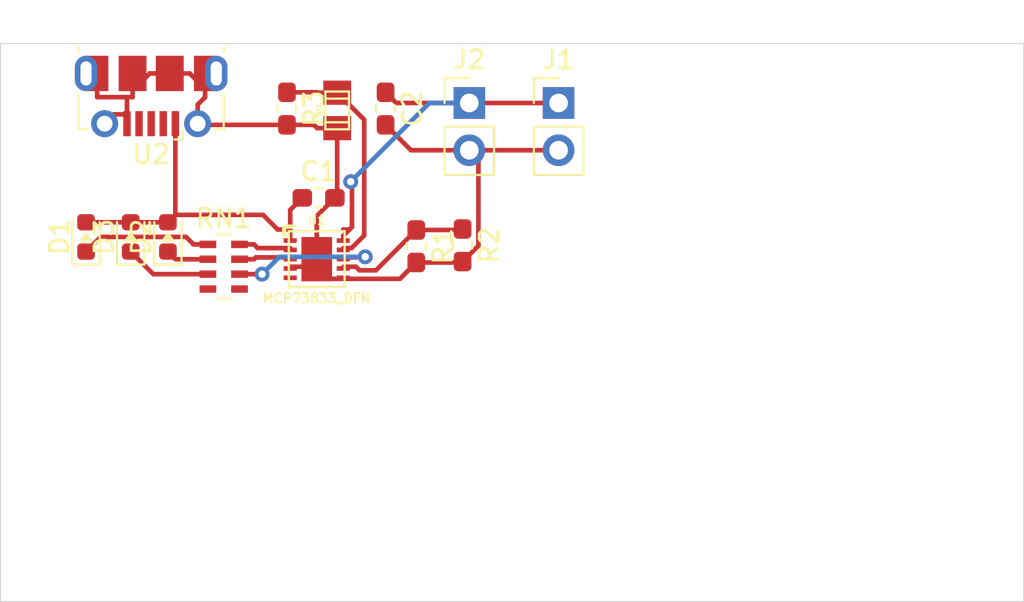
<source format=kicad_pcb>
(kicad_pcb (version 20171130) (host pcbnew 5.1.2-f72e74a~84~ubuntu18.04.1)

  (general
    (thickness 1.6)
    (drawings 4)
    (tracks 105)
    (zones 0)
    (modules 14)
    (nets 12)
  )

  (page A4)
  (layers
    (0 F.Cu signal)
    (31 B.Cu signal)
    (32 B.Adhes user)
    (33 F.Adhes user)
    (34 B.Paste user)
    (35 F.Paste user)
    (36 B.SilkS user)
    (37 F.SilkS user)
    (38 B.Mask user)
    (39 F.Mask user)
    (40 Dwgs.User user)
    (41 Cmts.User user)
    (42 Eco1.User user)
    (43 Eco2.User user)
    (44 Edge.Cuts user)
    (45 Margin user)
    (46 B.CrtYd user)
    (47 F.CrtYd user)
    (48 B.Fab user)
    (49 F.Fab user)
  )

  (setup
    (last_trace_width 0.25)
    (trace_clearance 0.2)
    (zone_clearance 0.508)
    (zone_45_only no)
    (trace_min 0.2)
    (via_size 0.8)
    (via_drill 0.4)
    (via_min_size 0.4)
    (via_min_drill 0.3)
    (uvia_size 0.3)
    (uvia_drill 0.1)
    (uvias_allowed no)
    (uvia_min_size 0.2)
    (uvia_min_drill 0.1)
    (edge_width 0.05)
    (segment_width 0.2)
    (pcb_text_width 0.3)
    (pcb_text_size 1.5 1.5)
    (mod_edge_width 0.12)
    (mod_text_size 1 1)
    (mod_text_width 0.15)
    (pad_size 1.524 1.524)
    (pad_drill 0.762)
    (pad_to_mask_clearance 0.051)
    (solder_mask_min_width 0.25)
    (aux_axis_origin 0 0)
    (visible_elements FFFFFF7F)
    (pcbplotparams
      (layerselection 0x010fc_ffffffff)
      (usegerberextensions false)
      (usegerberattributes false)
      (usegerberadvancedattributes false)
      (creategerberjobfile false)
      (excludeedgelayer true)
      (linewidth 0.100000)
      (plotframeref false)
      (viasonmask false)
      (mode 1)
      (useauxorigin false)
      (hpglpennumber 1)
      (hpglpenspeed 20)
      (hpglpendiameter 15.000000)
      (psnegative false)
      (psa4output false)
      (plotreference true)
      (plotvalue true)
      (plotinvisibletext false)
      (padsonsilk false)
      (subtractmaskfromsilk false)
      (outputformat 1)
      (mirror false)
      (drillshape 1)
      (scaleselection 1)
      (outputdirectory ""))
  )

  (net 0 "")
  (net 1 GND)
  (net 2 +5V)
  (net 3 "Net-(C2-Pad1)")
  (net 4 "Net-(D1-Pad1)")
  (net 5 "Net-(D2-Pad1)")
  (net 6 "Net-(D3-Pad1)")
  (net 7 "Net-(R1-Pad1)")
  (net 8 "Net-(R3-Pad1)")
  (net 9 "Net-(RN1-Pad6)")
  (net 10 "Net-(RN1-Pad7)")
  (net 11 "Net-(RN1-Pad8)")

  (net_class Default "This is the default net class."
    (clearance 0.2)
    (trace_width 0.25)
    (via_dia 0.8)
    (via_drill 0.4)
    (uvia_dia 0.3)
    (uvia_drill 0.1)
    (add_net +5V)
    (add_net GND)
    (add_net "Net-(C2-Pad1)")
    (add_net "Net-(D1-Pad1)")
    (add_net "Net-(D2-Pad1)")
    (add_net "Net-(D3-Pad1)")
    (add_net "Net-(R1-Pad1)")
    (add_net "Net-(R3-Pad1)")
    (add_net "Net-(RN1-Pad4)")
    (add_net "Net-(RN1-Pad5)")
    (add_net "Net-(RN1-Pad6)")
    (add_net "Net-(RN1-Pad7)")
    (add_net "Net-(RN1-Pad8)")
    (add_net "Net-(U2-Pad2)")
    (add_net "Net-(U2-Pad3)")
    (add_net "Net-(U2-Pad4)")
  )

  (module footprint-lib:MCP73833_DFN (layer F.Cu) (tedit 5D0378FA) (tstamp 5D03E50E)
    (at 37 31.595)
    (descr "Plastic DFN, 10 pins, 3x3, Linear Technology")
    (tags MCP73833_DFN)
    (path /5D0406D8)
    (fp_text reference U1 (at 0 -2.1) (layer F.SilkS)
      (effects (font (size 0.5 0.5) (thickness 0.1)))
    )
    (fp_text value MCP73833_DFN (at 0 2.1) (layer F.SilkS)
      (effects (font (size 0.5 0.5) (thickness 0.1)))
    )
    (fp_line (start -1.7 -1.3) (end -1.8 -1.2) (layer F.SilkS) (width 0.127))
    (fp_line (start -1.8 -1.2) (end -1.8 -1.8) (layer F.SilkS) (width 0.127))
    (fp_line (start -1.8 -1.8) (end -1.2 -1.8) (layer F.SilkS) (width 0.127))
    (fp_line (start -1.2 -1.8) (end -1.3 -1.7) (layer F.SilkS) (width 0.127))
    (fp_line (start -1.3 -1.7) (end -1.7 -1.7) (layer F.SilkS) (width 0.127))
    (fp_line (start -1.7 -1.7) (end -1.7 -1.3) (layer F.SilkS) (width 0.127))
    (fp_line (start -1.5 -1.5) (end -1.5 1.5) (layer F.SilkS) (width 0.127))
    (fp_line (start -1.5 1.5) (end 1.5 1.5) (layer F.SilkS) (width 0.127))
    (fp_line (start 1.5 1.5) (end 1.5 -1.5) (layer F.SilkS) (width 0.127))
    (fp_line (start 1.5 -1.5) (end -1.5 -1.5) (layer F.SilkS) (width 0.127))
    (pad 1 smd rect (at -1.425 -1) (size 0.7 0.25) (layers F.Cu F.Paste F.Mask)
      (net 2 +5V) (solder_mask_margin 0.07))
    (pad 2 smd rect (at -1.425 -0.5) (size 0.7 0.25) (layers F.Cu F.Paste F.Mask)
      (net 2 +5V) (solder_mask_margin 0.07))
    (pad 3 smd rect (at -1.425 0) (size 0.7 0.25) (layers F.Cu F.Paste F.Mask)
      (net 11 "Net-(RN1-Pad8)") (solder_mask_margin 0.07))
    (pad 4 smd rect (at -1.425 0.5) (size 0.7 0.25) (layers F.Cu F.Paste F.Mask)
      (net 10 "Net-(RN1-Pad7)") (solder_mask_margin 0.07))
    (pad 5 smd rect (at -1.425 1) (size 0.7 0.25) (layers F.Cu F.Paste F.Mask)
      (net 1 GND) (solder_mask_margin 0.07))
    (pad 6 smd rect (at 1.425 1) (size 0.7 0.25) (layers F.Cu F.Paste F.Mask)
      (net 7 "Net-(R1-Pad1)") (solder_mask_margin 0.07))
    (pad 7 smd rect (at 1.425 0.5) (size 0.7 0.25) (layers F.Cu F.Paste F.Mask)
      (net 9 "Net-(RN1-Pad6)") (solder_mask_margin 0.07))
    (pad 8 smd rect (at 1.425 0) (size 0.7 0.25) (layers F.Cu F.Paste F.Mask)
      (net 8 "Net-(R3-Pad1)") (solder_mask_margin 0.07))
    (pad 9 smd rect (at 1.425 -0.5) (size 0.7 0.25) (layers F.Cu F.Paste F.Mask)
      (net 3 "Net-(C2-Pad1)") (solder_mask_margin 0.07))
    (pad 10 smd rect (at 1.425 -1) (size 0.7 0.25) (layers F.Cu F.Paste F.Mask)
      (net 3 "Net-(C2-Pad1)") (solder_mask_margin 0.07))
    (pad 11 smd rect (at 0 -0.595) (size 1.65 1.19) (layers F.Cu F.Paste F.Mask)
      (net 1 GND) (solder_mask_margin 0.07) (solder_paste_margin -0.1))
    (pad 11 smd rect (at 0 0.595) (size 1.65 1.19) (layers F.Cu F.Paste F.Mask)
      (net 1 GND) (solder_mask_margin 0.07) (solder_paste_margin -0.1))
    (model ${HOME}/_workspace/kicad/kicad_library/smisioto-footprints/modules/packages3d/walter/smd_qfn/dfn10_3x3.wrl
      (at (xyz 0 0 0))
      (scale (xyz 1 1 1))
      (rotate (xyz 0 0 0))
    )
  )

  (module footprint-lib:USB_Micro-B_Molex-105017-0001 (layer F.Cu) (tedit 5CF4B89B) (tstamp 5D03E53D)
    (at 28.1 22.85 180)
    (descr http://www.molex.com/pdm_docs/sd/1050170001_sd.pdf)
    (tags "Micro-USB SMD Typ-B")
    (path /5D080093)
    (attr smd)
    (fp_text reference U2 (at 0 -3.1125) (layer F.SilkS)
      (effects (font (size 1 1) (thickness 0.15)))
    )
    (fp_text value USB_Micro (at 0.3 4.3375) (layer F.Fab)
      (effects (font (size 1 1) (thickness 0.15)))
    )
    (fp_line (start -1.1 -2.1225) (end -1.1 -1.9125) (layer F.Fab) (width 0.1))
    (fp_line (start -1.5 -2.1225) (end -1.5 -1.9125) (layer F.Fab) (width 0.1))
    (fp_line (start -1.5 -2.1225) (end -1.1 -2.1225) (layer F.Fab) (width 0.1))
    (fp_line (start -1.1 -1.9125) (end -1.3 -1.7125) (layer F.Fab) (width 0.1))
    (fp_line (start -1.3 -1.7125) (end -1.5 -1.9125) (layer F.Fab) (width 0.1))
    (fp_line (start -1.7 -2.3125) (end -1.7 -1.8625) (layer F.SilkS) (width 0.12))
    (fp_line (start -1.7 -2.3125) (end -1.25 -2.3125) (layer F.SilkS) (width 0.12))
    (fp_line (start 3.9 -1.7625) (end 3.45 -1.7625) (layer F.SilkS) (width 0.12))
    (fp_line (start 3.9 0.0875) (end 3.9 -1.7625) (layer F.SilkS) (width 0.12))
    (fp_line (start -3.9 2.6375) (end -3.9 2.3875) (layer F.SilkS) (width 0.12))
    (fp_line (start -3.75 3.3875) (end -3.75 -1.6125) (layer F.Fab) (width 0.1))
    (fp_line (start -3.75 -1.6125) (end 3.75 -1.6125) (layer F.Fab) (width 0.1))
    (fp_line (start -3.75 3.389204) (end 3.75 3.389204) (layer F.Fab) (width 0.1))
    (fp_line (start -3 2.689204) (end 3 2.689204) (layer F.Fab) (width 0.1))
    (fp_line (start 3.75 3.3875) (end 3.75 -1.6125) (layer F.Fab) (width 0.1))
    (fp_line (start 3.9 2.6375) (end 3.9 2.3875) (layer F.SilkS) (width 0.12))
    (fp_line (start -3.9 0.0875) (end -3.9 -1.7625) (layer F.SilkS) (width 0.12))
    (fp_line (start -3.9 -1.7625) (end -3.45 -1.7625) (layer F.SilkS) (width 0.12))
    (fp_line (start -4.4 3.64) (end -4.4 -2.46) (layer F.CrtYd) (width 0.05))
    (fp_line (start -4.4 -2.46) (end 4.4 -2.46) (layer F.CrtYd) (width 0.05))
    (fp_line (start 4.4 -2.46) (end 4.4 3.64) (layer F.CrtYd) (width 0.05))
    (fp_line (start -4.4 3.64) (end 4.4 3.64) (layer F.CrtYd) (width 0.05))
    (fp_text user %R (at 0 0.8875) (layer F.Fab)
      (effects (font (size 1 1) (thickness 0.15)))
    )
    (fp_text user "PCB Edge" (at 0 3.2) (layer Dwgs.User)
      (effects (font (size 0.5 0.5) (thickness 0.08)))
    )
    (pad 6 smd rect (at -2.9 1.2375 180) (size 1.2 1.9) (layers F.Cu F.Mask)
      (net 1 GND))
    (pad 7 smd rect (at 2.9 1.2375 180) (size 1.2 1.9) (layers F.Cu F.Mask)
      (net 1 GND))
    (pad 7 thru_hole oval (at 3.5 1.2375 180) (size 1.2 1.9) (drill oval 0.6 1.3) (layers *.Cu *.Mask)
      (net 1 GND))
    (pad 6 thru_hole oval (at -3.5 1.2375) (size 1.2 1.9) (drill oval 0.6 1.3) (layers *.Cu *.Mask)
      (net 1 GND))
    (pad 6 smd rect (at -1 1.2375 180) (size 1.5 1.9) (layers F.Cu F.Paste F.Mask)
      (net 1 GND))
    (pad 9 thru_hole circle (at 2.5 -1.4625 180) (size 1.45 1.45) (drill 0.85) (layers *.Cu *.Mask)
      (net 1 GND))
    (pad 3 smd rect (at 0 -1.4625 180) (size 0.4 1.35) (layers F.Cu F.Paste F.Mask))
    (pad 4 smd rect (at 0.65 -1.4625 180) (size 0.4 1.35) (layers F.Cu F.Paste F.Mask))
    (pad 5 smd rect (at 1.3 -1.4625 180) (size 0.4 1.35) (layers F.Cu F.Paste F.Mask)
      (net 1 GND))
    (pad 1 smd rect (at -1.3 -1.4625 180) (size 0.4 1.35) (layers F.Cu F.Paste F.Mask)
      (net 2 +5V))
    (pad 2 smd rect (at -0.65 -1.4625 180) (size 0.4 1.35) (layers F.Cu F.Paste F.Mask))
    (pad 8 thru_hole circle (at -2.5 -1.4625 180) (size 1.45 1.45) (drill 0.85) (layers *.Cu *.Mask)
      (net 1 GND))
    (pad 7 smd rect (at 1 1.2375 180) (size 1.5 1.9) (layers F.Cu F.Paste F.Mask)
      (net 1 GND))
    (model /home/logic/_workspace/kicad/kicad_library/kicad-packages3d/Connector_USB_Extra.3dshapes/USB_Micro-B_Molex-105017-0001.wrl
      (at (xyz 0 0 0))
      (scale (xyz 1.1 1 1))
      (rotate (xyz 0 0 0))
    )
  )

  (module w_smd_resistors:r_0805 (layer F.Cu) (tedit 0) (tstamp 5D03E4FA)
    (at 38.1 23.6 90)
    (descr "SMT resistor, 0805")
    (path /5D04F014)
    (fp_text reference TH1 (at 0 -0.9906 90) (layer F.SilkS)
      (effects (font (size 0.29972 0.29972) (thickness 0.06096)))
    )
    (fp_text value Thermistor_NTC,0805 (at 0 0.9906 90) (layer F.SilkS) hide
      (effects (font (size 0.29972 0.29972) (thickness 0.06096)))
    )
    (fp_line (start -1.016 0.635) (end -1.016 -0.635) (layer F.SilkS) (width 0.127))
    (fp_line (start 1.016 0.635) (end -1.016 0.635) (layer F.SilkS) (width 0.127))
    (fp_line (start 1.016 -0.635) (end 1.016 0.635) (layer F.SilkS) (width 0.127))
    (fp_line (start -1.016 -0.635) (end 1.016 -0.635) (layer F.SilkS) (width 0.127))
    (fp_line (start -0.635 -0.635) (end -0.635 0.6096) (layer F.SilkS) (width 0.127))
    (fp_line (start 0.635 -0.635) (end 0.635 0.635) (layer F.SilkS) (width 0.127))
    (pad 2 smd rect (at -0.9525 0 90) (size 1.30048 1.4986) (layers F.Cu F.Paste F.Mask)
      (net 1 GND))
    (pad 1 smd rect (at 0.9525 0 90) (size 1.30048 1.4986) (layers F.Cu F.Paste F.Mask)
      (net 8 "Net-(R3-Pad1)"))
    (model ${HOME}/_workspace/kicad/kicad_library/smisioto-footprints/modules/packages3d/walter/smd_resistors/r_0805.wrl
      (at (xyz 0 0 0))
      (scale (xyz 1 1 1))
      (rotate (xyz 0 0 0))
    )
  )

  (module Resistor_SMD:R_Array_Concave_4x0603 (layer F.Cu) (tedit 58E0A85E) (tstamp 5D03E4EE)
    (at 32 32)
    (descr "Thick Film Chip Resistor Array, Wave soldering, Vishay CRA06P (see cra06p.pdf)")
    (tags "resistor array")
    (path /5D041131)
    (attr smd)
    (fp_text reference RN1 (at 0 -2.6) (layer F.SilkS)
      (effects (font (size 1 1) (thickness 0.15)))
    )
    (fp_text value RN_152,0603 (at 0 2.6) (layer F.Fab)
      (effects (font (size 1 1) (thickness 0.15)))
    )
    (fp_line (start 1.55 1.87) (end -1.55 1.87) (layer F.CrtYd) (width 0.05))
    (fp_line (start 1.55 1.87) (end 1.55 -1.88) (layer F.CrtYd) (width 0.05))
    (fp_line (start -1.55 -1.88) (end -1.55 1.87) (layer F.CrtYd) (width 0.05))
    (fp_line (start -1.55 -1.88) (end 1.55 -1.88) (layer F.CrtYd) (width 0.05))
    (fp_line (start 0.4 -1.72) (end -0.4 -1.72) (layer F.SilkS) (width 0.12))
    (fp_line (start 0.4 1.72) (end -0.4 1.72) (layer F.SilkS) (width 0.12))
    (fp_line (start -0.8 1.6) (end -0.8 -1.6) (layer F.Fab) (width 0.1))
    (fp_line (start 0.8 1.6) (end -0.8 1.6) (layer F.Fab) (width 0.1))
    (fp_line (start 0.8 -1.6) (end 0.8 1.6) (layer F.Fab) (width 0.1))
    (fp_line (start -0.8 -1.6) (end 0.8 -1.6) (layer F.Fab) (width 0.1))
    (fp_text user %R (at 0 0 90) (layer F.Fab)
      (effects (font (size 0.5 0.5) (thickness 0.075)))
    )
    (pad 5 smd rect (at 0.85 1.2) (size 0.9 0.4) (layers F.Cu F.Paste F.Mask))
    (pad 6 smd rect (at 0.85 0.4) (size 0.9 0.4) (layers F.Cu F.Paste F.Mask)
      (net 9 "Net-(RN1-Pad6)"))
    (pad 7 smd rect (at 0.85 -0.4) (size 0.9 0.4) (layers F.Cu F.Paste F.Mask)
      (net 10 "Net-(RN1-Pad7)"))
    (pad 8 smd rect (at 0.85 -1.2) (size 0.9 0.4) (layers F.Cu F.Paste F.Mask)
      (net 11 "Net-(RN1-Pad8)"))
    (pad 4 smd rect (at -0.85 1.2) (size 0.9 0.4) (layers F.Cu F.Paste F.Mask))
    (pad 1 smd rect (at -0.85 -1.2) (size 0.9 0.4) (layers F.Cu F.Paste F.Mask)
      (net 4 "Net-(D1-Pad1)"))
    (pad 3 smd rect (at -0.85 0.4) (size 0.9 0.4) (layers F.Cu F.Paste F.Mask)
      (net 6 "Net-(D3-Pad1)"))
    (pad 2 smd rect (at -0.85 -0.4) (size 0.9 0.4) (layers F.Cu F.Paste F.Mask)
      (net 5 "Net-(D2-Pad1)"))
    (model ${KISYS3DMOD}/Resistor_SMD.3dshapes/R_Array_Concave_4x0603.wrl
      (at (xyz 0 0 0))
      (scale (xyz 1 1 1))
      (rotate (xyz 0 0 0))
    )
  )

  (module Resistor_SMD:R_0603_1608Metric_Pad1.05x0.95mm_HandSolder (layer F.Cu) (tedit 5B301BBD) (tstamp 5D03E4D7)
    (at 35.4 23.5 270)
    (descr "Resistor SMD 0603 (1608 Metric), square (rectangular) end terminal, IPC_7351 nominal with elongated pad for handsoldering. (Body size source: http://www.tortai-tech.com/upload/download/2011102023233369053.pdf), generated with kicad-footprint-generator")
    (tags "resistor handsolder")
    (path /5D04E9D5)
    (attr smd)
    (fp_text reference R3 (at 0 -1.43 90) (layer F.SilkS)
      (effects (font (size 1 1) (thickness 0.15)))
    )
    (fp_text value R103,0603 (at 0 1.43 90) (layer F.Fab)
      (effects (font (size 1 1) (thickness 0.15)))
    )
    (fp_text user %R (at 0 0 90) (layer F.Fab)
      (effects (font (size 0.4 0.4) (thickness 0.06)))
    )
    (fp_line (start 1.65 0.73) (end -1.65 0.73) (layer F.CrtYd) (width 0.05))
    (fp_line (start 1.65 -0.73) (end 1.65 0.73) (layer F.CrtYd) (width 0.05))
    (fp_line (start -1.65 -0.73) (end 1.65 -0.73) (layer F.CrtYd) (width 0.05))
    (fp_line (start -1.65 0.73) (end -1.65 -0.73) (layer F.CrtYd) (width 0.05))
    (fp_line (start -0.171267 0.51) (end 0.171267 0.51) (layer F.SilkS) (width 0.12))
    (fp_line (start -0.171267 -0.51) (end 0.171267 -0.51) (layer F.SilkS) (width 0.12))
    (fp_line (start 0.8 0.4) (end -0.8 0.4) (layer F.Fab) (width 0.1))
    (fp_line (start 0.8 -0.4) (end 0.8 0.4) (layer F.Fab) (width 0.1))
    (fp_line (start -0.8 -0.4) (end 0.8 -0.4) (layer F.Fab) (width 0.1))
    (fp_line (start -0.8 0.4) (end -0.8 -0.4) (layer F.Fab) (width 0.1))
    (pad 2 smd roundrect (at 0.875 0 270) (size 1.05 0.95) (layers F.Cu F.Paste F.Mask) (roundrect_rratio 0.25)
      (net 1 GND))
    (pad 1 smd roundrect (at -0.875 0 270) (size 1.05 0.95) (layers F.Cu F.Paste F.Mask) (roundrect_rratio 0.25)
      (net 8 "Net-(R3-Pad1)"))
    (model ${KISYS3DMOD}/Resistor_SMD.3dshapes/R_0603_1608Metric.wrl
      (at (xyz 0 0 0))
      (scale (xyz 1 1 1))
      (rotate (xyz 0 0 0))
    )
  )

  (module Resistor_SMD:R_0603_1608Metric_Pad1.05x0.95mm_HandSolder (layer F.Cu) (tedit 5B301BBD) (tstamp 5D03E4C6)
    (at 44.84 30.85 270)
    (descr "Resistor SMD 0603 (1608 Metric), square (rectangular) end terminal, IPC_7351 nominal with elongated pad for handsoldering. (Body size source: http://www.tortai-tech.com/upload/download/2011102023233369053.pdf), generated with kicad-footprint-generator")
    (tags "resistor handsolder")
    (path /5D04DE16)
    (attr smd)
    (fp_text reference R2 (at 0 -1.43 90) (layer F.SilkS)
      (effects (font (size 1 1) (thickness 0.15)))
    )
    (fp_text value R102,0603 (at 0 1.43 90) (layer F.Fab)
      (effects (font (size 1 1) (thickness 0.15)))
    )
    (fp_text user %R (at 0 0 90) (layer F.Fab)
      (effects (font (size 0.4 0.4) (thickness 0.06)))
    )
    (fp_line (start 1.65 0.73) (end -1.65 0.73) (layer F.CrtYd) (width 0.05))
    (fp_line (start 1.65 -0.73) (end 1.65 0.73) (layer F.CrtYd) (width 0.05))
    (fp_line (start -1.65 -0.73) (end 1.65 -0.73) (layer F.CrtYd) (width 0.05))
    (fp_line (start -1.65 0.73) (end -1.65 -0.73) (layer F.CrtYd) (width 0.05))
    (fp_line (start -0.171267 0.51) (end 0.171267 0.51) (layer F.SilkS) (width 0.12))
    (fp_line (start -0.171267 -0.51) (end 0.171267 -0.51) (layer F.SilkS) (width 0.12))
    (fp_line (start 0.8 0.4) (end -0.8 0.4) (layer F.Fab) (width 0.1))
    (fp_line (start 0.8 -0.4) (end 0.8 0.4) (layer F.Fab) (width 0.1))
    (fp_line (start -0.8 -0.4) (end 0.8 -0.4) (layer F.Fab) (width 0.1))
    (fp_line (start -0.8 0.4) (end -0.8 -0.4) (layer F.Fab) (width 0.1))
    (pad 2 smd roundrect (at 0.875 0 270) (size 1.05 0.95) (layers F.Cu F.Paste F.Mask) (roundrect_rratio 0.25)
      (net 1 GND))
    (pad 1 smd roundrect (at -0.875 0 270) (size 1.05 0.95) (layers F.Cu F.Paste F.Mask) (roundrect_rratio 0.25)
      (net 7 "Net-(R1-Pad1)"))
    (model ${KISYS3DMOD}/Resistor_SMD.3dshapes/R_0603_1608Metric.wrl
      (at (xyz 0 0 0))
      (scale (xyz 1 1 1))
      (rotate (xyz 0 0 0))
    )
  )

  (module Resistor_SMD:R_0603_1608Metric_Pad1.05x0.95mm_HandSolder (layer F.Cu) (tedit 5B301BBD) (tstamp 5D03E9D5)
    (at 42.35 30.9 270)
    (descr "Resistor SMD 0603 (1608 Metric), square (rectangular) end terminal, IPC_7351 nominal with elongated pad for handsoldering. (Body size source: http://www.tortai-tech.com/upload/download/2011102023233369053.pdf), generated with kicad-footprint-generator")
    (tags "resistor handsolder")
    (path /5D04DA62)
    (attr smd)
    (fp_text reference R1 (at 0 -1.43 90) (layer F.SilkS)
      (effects (font (size 1 1) (thickness 0.15)))
    )
    (fp_text value R102,0603 (at 0 1.43 90) (layer F.Fab)
      (effects (font (size 1 1) (thickness 0.15)))
    )
    (fp_text user %R (at 0 0 90) (layer F.Fab)
      (effects (font (size 0.4 0.4) (thickness 0.06)))
    )
    (fp_line (start 1.65 0.73) (end -1.65 0.73) (layer F.CrtYd) (width 0.05))
    (fp_line (start 1.65 -0.73) (end 1.65 0.73) (layer F.CrtYd) (width 0.05))
    (fp_line (start -1.65 -0.73) (end 1.65 -0.73) (layer F.CrtYd) (width 0.05))
    (fp_line (start -1.65 0.73) (end -1.65 -0.73) (layer F.CrtYd) (width 0.05))
    (fp_line (start -0.171267 0.51) (end 0.171267 0.51) (layer F.SilkS) (width 0.12))
    (fp_line (start -0.171267 -0.51) (end 0.171267 -0.51) (layer F.SilkS) (width 0.12))
    (fp_line (start 0.8 0.4) (end -0.8 0.4) (layer F.Fab) (width 0.1))
    (fp_line (start 0.8 -0.4) (end 0.8 0.4) (layer F.Fab) (width 0.1))
    (fp_line (start -0.8 -0.4) (end 0.8 -0.4) (layer F.Fab) (width 0.1))
    (fp_line (start -0.8 0.4) (end -0.8 -0.4) (layer F.Fab) (width 0.1))
    (pad 2 smd roundrect (at 0.875 0 270) (size 1.05 0.95) (layers F.Cu F.Paste F.Mask) (roundrect_rratio 0.25)
      (net 1 GND))
    (pad 1 smd roundrect (at -0.875 0 270) (size 1.05 0.95) (layers F.Cu F.Paste F.Mask) (roundrect_rratio 0.25)
      (net 7 "Net-(R1-Pad1)"))
    (model ${KISYS3DMOD}/Resistor_SMD.3dshapes/R_0603_1608Metric.wrl
      (at (xyz 0 0 0))
      (scale (xyz 1 1 1))
      (rotate (xyz 0 0 0))
    )
  )

  (module Connector_PinHeader_2.54mm:PinHeader_1x02_P2.54mm_Vertical (layer F.Cu) (tedit 59FED5CC) (tstamp 5D03E4A4)
    (at 45.2 23.2)
    (descr "Through hole straight pin header, 1x02, 2.54mm pitch, single row")
    (tags "Through hole pin header THT 1x02 2.54mm single row")
    (path /5D055727)
    (fp_text reference J2 (at 0 -2.33) (layer F.SilkS)
      (effects (font (size 1 1) (thickness 0.15)))
    )
    (fp_text value BAT (at 0 4.87) (layer F.Fab)
      (effects (font (size 1 1) (thickness 0.15)))
    )
    (fp_text user %R (at 0 1.27 90) (layer F.Fab)
      (effects (font (size 1 1) (thickness 0.15)))
    )
    (fp_line (start 1.8 -1.8) (end -1.8 -1.8) (layer F.CrtYd) (width 0.05))
    (fp_line (start 1.8 4.35) (end 1.8 -1.8) (layer F.CrtYd) (width 0.05))
    (fp_line (start -1.8 4.35) (end 1.8 4.35) (layer F.CrtYd) (width 0.05))
    (fp_line (start -1.8 -1.8) (end -1.8 4.35) (layer F.CrtYd) (width 0.05))
    (fp_line (start -1.33 -1.33) (end 0 -1.33) (layer F.SilkS) (width 0.12))
    (fp_line (start -1.33 0) (end -1.33 -1.33) (layer F.SilkS) (width 0.12))
    (fp_line (start -1.33 1.27) (end 1.33 1.27) (layer F.SilkS) (width 0.12))
    (fp_line (start 1.33 1.27) (end 1.33 3.87) (layer F.SilkS) (width 0.12))
    (fp_line (start -1.33 1.27) (end -1.33 3.87) (layer F.SilkS) (width 0.12))
    (fp_line (start -1.33 3.87) (end 1.33 3.87) (layer F.SilkS) (width 0.12))
    (fp_line (start -1.27 -0.635) (end -0.635 -1.27) (layer F.Fab) (width 0.1))
    (fp_line (start -1.27 3.81) (end -1.27 -0.635) (layer F.Fab) (width 0.1))
    (fp_line (start 1.27 3.81) (end -1.27 3.81) (layer F.Fab) (width 0.1))
    (fp_line (start 1.27 -1.27) (end 1.27 3.81) (layer F.Fab) (width 0.1))
    (fp_line (start -0.635 -1.27) (end 1.27 -1.27) (layer F.Fab) (width 0.1))
    (pad 2 thru_hole oval (at 0 2.54) (size 1.7 1.7) (drill 1) (layers *.Cu *.Mask)
      (net 1 GND))
    (pad 1 thru_hole rect (at 0 0) (size 1.7 1.7) (drill 1) (layers *.Cu *.Mask)
      (net 3 "Net-(C2-Pad1)"))
    (model ${KISYS3DMOD}/Connector_PinHeader_2.54mm.3dshapes/PinHeader_1x02_P2.54mm_Vertical.wrl
      (at (xyz 0 0 0))
      (scale (xyz 1 1 1))
      (rotate (xyz 0 0 0))
    )
  )

  (module Connector_PinHeader_2.54mm:PinHeader_1x02_P2.54mm_Vertical (layer F.Cu) (tedit 59FED5CC) (tstamp 5D03E81C)
    (at 50 23.2)
    (descr "Through hole straight pin header, 1x02, 2.54mm pitch, single row")
    (tags "Through hole pin header THT 1x02 2.54mm single row")
    (path /5D054F6B)
    (fp_text reference J1 (at 0 -2.33) (layer F.SilkS)
      (effects (font (size 1 1) (thickness 0.15)))
    )
    (fp_text value LOAD (at 0 4.87) (layer F.Fab)
      (effects (font (size 1 1) (thickness 0.15)))
    )
    (fp_text user %R (at 0 1.27 90) (layer F.Fab)
      (effects (font (size 1 1) (thickness 0.15)))
    )
    (fp_line (start 1.8 -1.8) (end -1.8 -1.8) (layer F.CrtYd) (width 0.05))
    (fp_line (start 1.8 4.35) (end 1.8 -1.8) (layer F.CrtYd) (width 0.05))
    (fp_line (start -1.8 4.35) (end 1.8 4.35) (layer F.CrtYd) (width 0.05))
    (fp_line (start -1.8 -1.8) (end -1.8 4.35) (layer F.CrtYd) (width 0.05))
    (fp_line (start -1.33 -1.33) (end 0 -1.33) (layer F.SilkS) (width 0.12))
    (fp_line (start -1.33 0) (end -1.33 -1.33) (layer F.SilkS) (width 0.12))
    (fp_line (start -1.33 1.27) (end 1.33 1.27) (layer F.SilkS) (width 0.12))
    (fp_line (start 1.33 1.27) (end 1.33 3.87) (layer F.SilkS) (width 0.12))
    (fp_line (start -1.33 1.27) (end -1.33 3.87) (layer F.SilkS) (width 0.12))
    (fp_line (start -1.33 3.87) (end 1.33 3.87) (layer F.SilkS) (width 0.12))
    (fp_line (start -1.27 -0.635) (end -0.635 -1.27) (layer F.Fab) (width 0.1))
    (fp_line (start -1.27 3.81) (end -1.27 -0.635) (layer F.Fab) (width 0.1))
    (fp_line (start 1.27 3.81) (end -1.27 3.81) (layer F.Fab) (width 0.1))
    (fp_line (start 1.27 -1.27) (end 1.27 3.81) (layer F.Fab) (width 0.1))
    (fp_line (start -0.635 -1.27) (end 1.27 -1.27) (layer F.Fab) (width 0.1))
    (pad 2 thru_hole oval (at 0 2.54) (size 1.7 1.7) (drill 1) (layers *.Cu *.Mask)
      (net 1 GND))
    (pad 1 thru_hole rect (at 0 0) (size 1.7 1.7) (drill 1) (layers *.Cu *.Mask)
      (net 3 "Net-(C2-Pad1)"))
    (model ${KISYS3DMOD}/Connector_PinHeader_2.54mm.3dshapes/PinHeader_1x02_P2.54mm_Vertical.wrl
      (at (xyz 0 0 0))
      (scale (xyz 1 1 1))
      (rotate (xyz 0 0 0))
    )
  )

  (module footprint-lib:LED_0603_1608Metric (layer F.Cu) (tedit 5CE3E319) (tstamp 5D03E478)
    (at 27 30.4 90)
    (descr "LED SMD 0603 (1608 Metric), square (rectangular) end terminal, IPC_7351 nominal, (Body size source: http://www.tortai-tech.com/upload/download/2011102023233369053.pdf), generated with kicad-footprint-generator")
    (tags diode)
    (path /5D03D00A)
    (attr smd)
    (fp_text reference D3 (at 0 -1.43 90) (layer F.SilkS)
      (effects (font (size 1 1) (thickness 0.15)))
    )
    (fp_text value RED (at 0 1.43 90) (layer F.Fab)
      (effects (font (size 1 1) (thickness 0.15)))
    )
    (fp_line (start 0.1 0) (end -0.1 0) (layer F.SilkS) (width 0.2))
    (fp_line (start -0.05 0.1) (end -0.05 -0.1) (layer F.SilkS) (width 0.1))
    (fp_line (start -0.2 -0.3) (end -0.2 0.3) (layer F.SilkS) (width 0.1))
    (fp_line (start 0.2 0) (end -0.2 -0.3) (layer F.SilkS) (width 0.1))
    (fp_line (start -0.1 -0.2) (end -0.1 0.2) (layer F.SilkS) (width 0.1))
    (fp_line (start -0.2 0.3) (end 0.2 0) (layer F.SilkS) (width 0.1))
    (fp_line (start 0.8 -0.4) (end -0.5 -0.4) (layer F.Fab) (width 0.1))
    (fp_line (start -0.5 -0.4) (end -0.8 -0.1) (layer F.Fab) (width 0.1))
    (fp_line (start -0.8 -0.1) (end -0.8 0.4) (layer F.Fab) (width 0.1))
    (fp_line (start -0.8 0.4) (end 0.8 0.4) (layer F.Fab) (width 0.1))
    (fp_line (start 0.8 0.4) (end 0.8 -0.4) (layer F.Fab) (width 0.1))
    (fp_line (start 0.8 -0.735) (end -1.485 -0.735) (layer F.SilkS) (width 0.12))
    (fp_line (start -1.485 -0.735) (end -1.485 0.735) (layer F.SilkS) (width 0.12))
    (fp_line (start -1.485 0.735) (end 0.8 0.735) (layer F.SilkS) (width 0.12))
    (fp_line (start -1.48 0.73) (end -1.48 -0.73) (layer F.CrtYd) (width 0.05))
    (fp_line (start -1.48 -0.73) (end 1.48 -0.73) (layer F.CrtYd) (width 0.05))
    (fp_line (start 1.48 -0.73) (end 1.48 0.73) (layer F.CrtYd) (width 0.05))
    (fp_line (start 1.48 0.73) (end -1.48 0.73) (layer F.CrtYd) (width 0.05))
    (fp_text user %R (at 0 0 90) (layer F.Fab)
      (effects (font (size 0.4 0.4) (thickness 0.06)))
    )
    (pad 1 smd roundrect (at -0.7875 0 90) (size 0.875 0.95) (layers F.Cu F.Paste F.Mask) (roundrect_rratio 0.25)
      (net 6 "Net-(D3-Pad1)"))
    (pad 2 smd roundrect (at 0.7875 0 90) (size 0.875 0.95) (layers F.Cu F.Paste F.Mask) (roundrect_rratio 0.25)
      (net 2 +5V))
    (model ${KISYS3DMOD}/LED_SMD.3dshapes/LED_0603_1608Metric.wrl
      (at (xyz 0 0 0))
      (scale (xyz 1 1 1))
      (rotate (xyz 0 0 0))
    )
  )

  (module footprint-lib:LED_0603_1608Metric (layer F.Cu) (tedit 5CE3E319) (tstamp 5D03E45F)
    (at 29 30.4 90)
    (descr "LED SMD 0603 (1608 Metric), square (rectangular) end terminal, IPC_7351 nominal, (Body size source: http://www.tortai-tech.com/upload/download/2011102023233369053.pdf), generated with kicad-footprint-generator")
    (tags diode)
    (path /5D03E925)
    (attr smd)
    (fp_text reference D2 (at 0 -1.43 90) (layer F.SilkS)
      (effects (font (size 1 1) (thickness 0.15)))
    )
    (fp_text value GREEN (at 0 1.43 90) (layer F.Fab)
      (effects (font (size 1 1) (thickness 0.15)))
    )
    (fp_line (start 0.1 0) (end -0.1 0) (layer F.SilkS) (width 0.2))
    (fp_line (start -0.05 0.1) (end -0.05 -0.1) (layer F.SilkS) (width 0.1))
    (fp_line (start -0.2 -0.3) (end -0.2 0.3) (layer F.SilkS) (width 0.1))
    (fp_line (start 0.2 0) (end -0.2 -0.3) (layer F.SilkS) (width 0.1))
    (fp_line (start -0.1 -0.2) (end -0.1 0.2) (layer F.SilkS) (width 0.1))
    (fp_line (start -0.2 0.3) (end 0.2 0) (layer F.SilkS) (width 0.1))
    (fp_line (start 0.8 -0.4) (end -0.5 -0.4) (layer F.Fab) (width 0.1))
    (fp_line (start -0.5 -0.4) (end -0.8 -0.1) (layer F.Fab) (width 0.1))
    (fp_line (start -0.8 -0.1) (end -0.8 0.4) (layer F.Fab) (width 0.1))
    (fp_line (start -0.8 0.4) (end 0.8 0.4) (layer F.Fab) (width 0.1))
    (fp_line (start 0.8 0.4) (end 0.8 -0.4) (layer F.Fab) (width 0.1))
    (fp_line (start 0.8 -0.735) (end -1.485 -0.735) (layer F.SilkS) (width 0.12))
    (fp_line (start -1.485 -0.735) (end -1.485 0.735) (layer F.SilkS) (width 0.12))
    (fp_line (start -1.485 0.735) (end 0.8 0.735) (layer F.SilkS) (width 0.12))
    (fp_line (start -1.48 0.73) (end -1.48 -0.73) (layer F.CrtYd) (width 0.05))
    (fp_line (start -1.48 -0.73) (end 1.48 -0.73) (layer F.CrtYd) (width 0.05))
    (fp_line (start 1.48 -0.73) (end 1.48 0.73) (layer F.CrtYd) (width 0.05))
    (fp_line (start 1.48 0.73) (end -1.48 0.73) (layer F.CrtYd) (width 0.05))
    (fp_text user %R (at 0 0 90) (layer F.Fab)
      (effects (font (size 0.4 0.4) (thickness 0.06)))
    )
    (pad 1 smd roundrect (at -0.7875 0 90) (size 0.875 0.95) (layers F.Cu F.Paste F.Mask) (roundrect_rratio 0.25)
      (net 5 "Net-(D2-Pad1)"))
    (pad 2 smd roundrect (at 0.7875 0 90) (size 0.875 0.95) (layers F.Cu F.Paste F.Mask) (roundrect_rratio 0.25)
      (net 2 +5V))
    (model ${KISYS3DMOD}/LED_SMD.3dshapes/LED_0603_1608Metric.wrl
      (at (xyz 0 0 0))
      (scale (xyz 1 1 1))
      (rotate (xyz 0 0 0))
    )
  )

  (module footprint-lib:LED_0603_1608Metric (layer F.Cu) (tedit 5CE3E319) (tstamp 5D03E446)
    (at 24.6 30.4 90)
    (descr "LED SMD 0603 (1608 Metric), square (rectangular) end terminal, IPC_7351 nominal, (Body size source: http://www.tortai-tech.com/upload/download/2011102023233369053.pdf), generated with kicad-footprint-generator")
    (tags diode)
    (path /5D0409E9)
    (attr smd)
    (fp_text reference D1 (at 0 -1.43 90) (layer F.SilkS)
      (effects (font (size 1 1) (thickness 0.15)))
    )
    (fp_text value YELLOW (at 0 1.43 90) (layer F.Fab)
      (effects (font (size 1 1) (thickness 0.15)))
    )
    (fp_line (start 0.1 0) (end -0.1 0) (layer F.SilkS) (width 0.2))
    (fp_line (start -0.05 0.1) (end -0.05 -0.1) (layer F.SilkS) (width 0.1))
    (fp_line (start -0.2 -0.3) (end -0.2 0.3) (layer F.SilkS) (width 0.1))
    (fp_line (start 0.2 0) (end -0.2 -0.3) (layer F.SilkS) (width 0.1))
    (fp_line (start -0.1 -0.2) (end -0.1 0.2) (layer F.SilkS) (width 0.1))
    (fp_line (start -0.2 0.3) (end 0.2 0) (layer F.SilkS) (width 0.1))
    (fp_line (start 0.8 -0.4) (end -0.5 -0.4) (layer F.Fab) (width 0.1))
    (fp_line (start -0.5 -0.4) (end -0.8 -0.1) (layer F.Fab) (width 0.1))
    (fp_line (start -0.8 -0.1) (end -0.8 0.4) (layer F.Fab) (width 0.1))
    (fp_line (start -0.8 0.4) (end 0.8 0.4) (layer F.Fab) (width 0.1))
    (fp_line (start 0.8 0.4) (end 0.8 -0.4) (layer F.Fab) (width 0.1))
    (fp_line (start 0.8 -0.735) (end -1.485 -0.735) (layer F.SilkS) (width 0.12))
    (fp_line (start -1.485 -0.735) (end -1.485 0.735) (layer F.SilkS) (width 0.12))
    (fp_line (start -1.485 0.735) (end 0.8 0.735) (layer F.SilkS) (width 0.12))
    (fp_line (start -1.48 0.73) (end -1.48 -0.73) (layer F.CrtYd) (width 0.05))
    (fp_line (start -1.48 -0.73) (end 1.48 -0.73) (layer F.CrtYd) (width 0.05))
    (fp_line (start 1.48 -0.73) (end 1.48 0.73) (layer F.CrtYd) (width 0.05))
    (fp_line (start 1.48 0.73) (end -1.48 0.73) (layer F.CrtYd) (width 0.05))
    (fp_text user %R (at 0 0 90) (layer F.Fab)
      (effects (font (size 0.4 0.4) (thickness 0.06)))
    )
    (pad 1 smd roundrect (at -0.7875 0 90) (size 0.875 0.95) (layers F.Cu F.Paste F.Mask) (roundrect_rratio 0.25)
      (net 4 "Net-(D1-Pad1)"))
    (pad 2 smd roundrect (at 0.7875 0 90) (size 0.875 0.95) (layers F.Cu F.Paste F.Mask) (roundrect_rratio 0.25)
      (net 2 +5V))
    (model ${KISYS3DMOD}/LED_SMD.3dshapes/LED_0603_1608Metric.wrl
      (at (xyz 0 0 0))
      (scale (xyz 1 1 1))
      (rotate (xyz 0 0 0))
    )
  )

  (module Capacitor_SMD:C_0603_1608Metric_Pad1.05x0.95mm_HandSolder (layer F.Cu) (tedit 5B301BBE) (tstamp 5D03E42D)
    (at 40.7 23.5 270)
    (descr "Capacitor SMD 0603 (1608 Metric), square (rectangular) end terminal, IPC_7351 nominal with elongated pad for handsoldering. (Body size source: http://www.tortai-tech.com/upload/download/2011102023233369053.pdf), generated with kicad-footprint-generator")
    (tags "capacitor handsolder")
    (path /5D04FB61)
    (attr smd)
    (fp_text reference C2 (at 0 -1.43 90) (layer F.SilkS)
      (effects (font (size 1 1) (thickness 0.15)))
    )
    (fp_text value C106,0603 (at 0 1.43 90) (layer F.Fab)
      (effects (font (size 1 1) (thickness 0.15)))
    )
    (fp_text user %R (at 0 0 90) (layer F.Fab)
      (effects (font (size 0.4 0.4) (thickness 0.06)))
    )
    (fp_line (start 1.65 0.73) (end -1.65 0.73) (layer F.CrtYd) (width 0.05))
    (fp_line (start 1.65 -0.73) (end 1.65 0.73) (layer F.CrtYd) (width 0.05))
    (fp_line (start -1.65 -0.73) (end 1.65 -0.73) (layer F.CrtYd) (width 0.05))
    (fp_line (start -1.65 0.73) (end -1.65 -0.73) (layer F.CrtYd) (width 0.05))
    (fp_line (start -0.171267 0.51) (end 0.171267 0.51) (layer F.SilkS) (width 0.12))
    (fp_line (start -0.171267 -0.51) (end 0.171267 -0.51) (layer F.SilkS) (width 0.12))
    (fp_line (start 0.8 0.4) (end -0.8 0.4) (layer F.Fab) (width 0.1))
    (fp_line (start 0.8 -0.4) (end 0.8 0.4) (layer F.Fab) (width 0.1))
    (fp_line (start -0.8 -0.4) (end 0.8 -0.4) (layer F.Fab) (width 0.1))
    (fp_line (start -0.8 0.4) (end -0.8 -0.4) (layer F.Fab) (width 0.1))
    (pad 2 smd roundrect (at 0.875 0 270) (size 1.05 0.95) (layers F.Cu F.Paste F.Mask) (roundrect_rratio 0.25)
      (net 1 GND))
    (pad 1 smd roundrect (at -0.875 0 270) (size 1.05 0.95) (layers F.Cu F.Paste F.Mask) (roundrect_rratio 0.25)
      (net 3 "Net-(C2-Pad1)"))
    (model ${KISYS3DMOD}/Capacitor_SMD.3dshapes/C_0603_1608Metric.wrl
      (at (xyz 0 0 0))
      (scale (xyz 1 1 1))
      (rotate (xyz 0 0 0))
    )
  )

  (module Capacitor_SMD:C_0603_1608Metric_Pad1.05x0.95mm_HandSolder (layer F.Cu) (tedit 5B301BBE) (tstamp 5D03E41C)
    (at 37.1 28.3)
    (descr "Capacitor SMD 0603 (1608 Metric), square (rectangular) end terminal, IPC_7351 nominal with elongated pad for handsoldering. (Body size source: http://www.tortai-tech.com/upload/download/2011102023233369053.pdf), generated with kicad-footprint-generator")
    (tags "capacitor handsolder")
    (path /5D03C2AA)
    (attr smd)
    (fp_text reference C1 (at 0 -1.43) (layer F.SilkS)
      (effects (font (size 1 1) (thickness 0.15)))
    )
    (fp_text value C106,0603 (at 0 1.43) (layer F.Fab)
      (effects (font (size 1 1) (thickness 0.15)))
    )
    (fp_text user %R (at 0 0) (layer F.Fab)
      (effects (font (size 0.4 0.4) (thickness 0.06)))
    )
    (fp_line (start 1.65 0.73) (end -1.65 0.73) (layer F.CrtYd) (width 0.05))
    (fp_line (start 1.65 -0.73) (end 1.65 0.73) (layer F.CrtYd) (width 0.05))
    (fp_line (start -1.65 -0.73) (end 1.65 -0.73) (layer F.CrtYd) (width 0.05))
    (fp_line (start -1.65 0.73) (end -1.65 -0.73) (layer F.CrtYd) (width 0.05))
    (fp_line (start -0.171267 0.51) (end 0.171267 0.51) (layer F.SilkS) (width 0.12))
    (fp_line (start -0.171267 -0.51) (end 0.171267 -0.51) (layer F.SilkS) (width 0.12))
    (fp_line (start 0.8 0.4) (end -0.8 0.4) (layer F.Fab) (width 0.1))
    (fp_line (start 0.8 -0.4) (end 0.8 0.4) (layer F.Fab) (width 0.1))
    (fp_line (start -0.8 -0.4) (end 0.8 -0.4) (layer F.Fab) (width 0.1))
    (fp_line (start -0.8 0.4) (end -0.8 -0.4) (layer F.Fab) (width 0.1))
    (pad 2 smd roundrect (at 0.875 0) (size 1.05 0.95) (layers F.Cu F.Paste F.Mask) (roundrect_rratio 0.25)
      (net 1 GND))
    (pad 1 smd roundrect (at -0.875 0) (size 1.05 0.95) (layers F.Cu F.Paste F.Mask) (roundrect_rratio 0.25)
      (net 2 +5V))
    (model ${KISYS3DMOD}/Capacitor_SMD.3dshapes/C_0603_1608Metric.wrl
      (at (xyz 0 0 0))
      (scale (xyz 1 1 1))
      (rotate (xyz 0 0 0))
    )
  )

  (gr_line (start 75 20) (end 20 20) (layer Edge.Cuts) (width 0.05) (tstamp 5D03E68C))
  (gr_line (start 75 50) (end 75 20) (layer Edge.Cuts) (width 0.05))
  (gr_line (start 20 50) (end 75 50) (layer Edge.Cuts) (width 0.05))
  (gr_line (start 20 20) (end 20 50) (layer Edge.Cuts) (width 0.05))

  (segment (start 29.1 21.6125) (end 28.0247 21.6125) (width 0.25) (layer F.Cu) (net 1))
  (segment (start 27.1 22.2501) (end 27.3871 22.2501) (width 0.25) (layer F.Cu) (net 1))
  (segment (start 27.3871 22.2501) (end 28.0247 21.6125) (width 0.25) (layer F.Cu) (net 1))
  (segment (start 27.1 22.2501) (end 27.1 22.8878) (width 0.25) (layer F.Cu) (net 1))
  (segment (start 27.1 21.6125) (end 27.1 22.2501) (width 0.25) (layer F.Cu) (net 1))
  (segment (start 26.8 22.8878) (end 25.2 22.8878) (width 0.25) (layer F.Cu) (net 1))
  (segment (start 27.1 22.8878) (end 26.8 22.8878) (width 0.25) (layer F.Cu) (net 1))
  (segment (start 26.8 23.3122) (end 26.8 22.8878) (width 0.25) (layer F.Cu) (net 1))
  (segment (start 29.1 21.6125) (end 30.1753 21.6125) (width 0.25) (layer F.Cu) (net 1))
  (segment (start 31 22.2501) (end 30.8129 22.2501) (width 0.25) (layer F.Cu) (net 1))
  (segment (start 30.8129 22.2501) (end 30.1753 21.6125) (width 0.25) (layer F.Cu) (net 1))
  (segment (start 31 22.2501) (end 31 22.8878) (width 0.25) (layer F.Cu) (net 1))
  (segment (start 31 21.6125) (end 31 22.2501) (width 0.25) (layer F.Cu) (net 1))
  (segment (start 42.35 31.775) (end 41.4736 32.6514) (width 0.25) (layer F.Cu) (net 1))
  (segment (start 41.4736 32.6514) (end 37.5312 32.6514) (width 0.25) (layer F.Cu) (net 1))
  (segment (start 37.5312 32.6514) (end 37 32.1202) (width 0.25) (layer F.Cu) (net 1))
  (segment (start 44.84 31.725) (end 44.79 31.775) (width 0.25) (layer F.Cu) (net 1))
  (segment (start 44.79 31.775) (end 42.35 31.775) (width 0.25) (layer F.Cu) (net 1))
  (segment (start 35.575 32) (end 36.2503 32) (width 0.25) (layer F.Cu) (net 1))
  (segment (start 37 32.1202) (end 36.3705 32.1202) (width 0.25) (layer F.Cu) (net 1))
  (segment (start 36.3705 32.1202) (end 36.2503 32) (width 0.25) (layer F.Cu) (net 1))
  (segment (start 37 31.595) (end 37 32.1202) (width 0.25) (layer F.Cu) (net 1))
  (segment (start 31 22.8878) (end 30.6 23.2878) (width 0.25) (layer F.Cu) (net 1))
  (segment (start 30.6 23.2878) (end 30.6 24.3125) (width 0.25) (layer F.Cu) (net 1))
  (segment (start 30.6 24.3125) (end 30.6625 24.375) (width 0.25) (layer F.Cu) (net 1))
  (segment (start 30.6625 24.375) (end 35.4 24.375) (width 0.25) (layer F.Cu) (net 1))
  (segment (start 26.8 23.8123) (end 26.1002 23.8123) (width 0.25) (layer F.Cu) (net 1))
  (segment (start 26.1002 23.8123) (end 25.6 24.3125) (width 0.25) (layer F.Cu) (net 1))
  (segment (start 26.8 23.8123) (end 26.8 23.3122) (width 0.25) (layer F.Cu) (net 1))
  (segment (start 26.8 24.3125) (end 26.8 23.8123) (width 0.25) (layer F.Cu) (net 1))
  (segment (start 38.1 24.5525) (end 37.0254 24.5525) (width 0.25) (layer F.Cu) (net 1))
  (segment (start 35.4 24.375) (end 36.8479 24.375) (width 0.25) (layer F.Cu) (net 1))
  (segment (start 36.8479 24.375) (end 37.0254 24.5525) (width 0.25) (layer F.Cu) (net 1))
  (segment (start 25.2 21.6125) (end 25.2 22.8878) (width 0.25) (layer F.Cu) (net 1))
  (segment (start 31.6 21.6125) (end 31 21.6125) (width 0.25) (layer F.Cu) (net 1))
  (segment (start 45.2 25.74) (end 42.065 25.74) (width 0.25) (layer F.Cu) (net 1))
  (segment (start 42.065 25.74) (end 40.7 24.375) (width 0.25) (layer F.Cu) (net 1))
  (segment (start 45.69 25.74) (end 45.2 25.74) (width 0.25) (layer F.Cu) (net 1))
  (segment (start 50 25.74) (end 45.69 25.74) (width 0.25) (layer F.Cu) (net 1))
  (segment (start 45.69 25.74) (end 45.69 30.875) (width 0.25) (layer F.Cu) (net 1))
  (segment (start 45.69 30.875) (end 44.84 31.725) (width 0.25) (layer F.Cu) (net 1))
  (segment (start 24.6 21.6125) (end 25.2 21.6125) (width 0.25) (layer F.Cu) (net 1))
  (segment (start 37.975 28.3) (end 38.1 28.175) (width 0.25) (layer F.Cu) (net 1))
  (segment (start 38.1 28.175) (end 38.1 24.5525) (width 0.25) (layer F.Cu) (net 1))
  (segment (start 37 30.405) (end 37 29.275) (width 0.25) (layer F.Cu) (net 1))
  (segment (start 37 29.275) (end 37.975 28.3) (width 0.25) (layer F.Cu) (net 1))
  (segment (start 37 30.405) (end 37 31.595) (width 0.25) (layer F.Cu) (net 1))
  (segment (start 24.6 29.6125) (end 27 29.6125) (width 0.25) (layer F.Cu) (net 2))
  (segment (start 36.225 28.3) (end 35.575 28.95) (width 0.25) (layer F.Cu) (net 2))
  (segment (start 35.575 28.95) (end 35.575 30) (width 0.25) (layer F.Cu) (net 2))
  (segment (start 29.4 29.2125) (end 29.4 25.3128) (width 0.25) (layer F.Cu) (net 2))
  (segment (start 29 29.6125) (end 29.4 29.2125) (width 0.25) (layer F.Cu) (net 2))
  (segment (start 29.4 29.2125) (end 34.1122 29.2125) (width 0.25) (layer F.Cu) (net 2))
  (segment (start 34.1122 29.2125) (end 34.8997 30) (width 0.25) (layer F.Cu) (net 2))
  (segment (start 35.575 30) (end 34.8997 30) (width 0.25) (layer F.Cu) (net 2))
  (segment (start 29.4 24.3125) (end 29.4 25.3128) (width 0.25) (layer F.Cu) (net 2))
  (segment (start 35.575 30.5) (end 35.575 30) (width 0.25) (layer F.Cu) (net 2))
  (segment (start 27 29.6125) (end 29 29.6125) (width 0.25) (layer F.Cu) (net 2))
  (segment (start 38.7627 30) (end 38.895 29.8677) (width 0.25) (layer F.Cu) (net 3))
  (segment (start 38.895 29.8677) (end 38.895 27.4976) (width 0.25) (layer F.Cu) (net 3))
  (segment (start 38.895 27.4976) (end 38.8261 27.4287) (width 0.25) (layer F.Cu) (net 3))
  (segment (start 45.2 23.2) (end 43.0548 23.2) (width 0.25) (layer B.Cu) (net 3))
  (segment (start 43.0548 23.2) (end 38.8261 27.4287) (width 0.25) (layer B.Cu) (net 3))
  (segment (start 38.7627 30) (end 38.425 30.3377) (width 0.25) (layer F.Cu) (net 3))
  (segment (start 38.425 30.3377) (end 38.425 30.5) (width 0.25) (layer F.Cu) (net 3))
  (segment (start 38.425 30) (end 38.7627 30) (width 0.25) (layer F.Cu) (net 3))
  (segment (start 45.2 23.2) (end 50 23.2) (width 0.25) (layer F.Cu) (net 3))
  (segment (start 45.2 23.2) (end 41.275 23.2) (width 0.25) (layer F.Cu) (net 3))
  (segment (start 41.275 23.2) (end 40.7 22.625) (width 0.25) (layer F.Cu) (net 3))
  (via (at 38.8261 27.4287) (size 0.8) (layers F.Cu B.Cu) (net 3))
  (segment (start 31.15 30.8) (end 30.3747 30.8) (width 0.25) (layer F.Cu) (net 4))
  (segment (start 24.6 31.1875) (end 25.3875 30.4) (width 0.25) (layer F.Cu) (net 4))
  (segment (start 25.3875 30.4) (end 29.9747 30.4) (width 0.25) (layer F.Cu) (net 4))
  (segment (start 29.9747 30.4) (end 30.3747 30.8) (width 0.25) (layer F.Cu) (net 4))
  (segment (start 29 31.1875) (end 29.4125 31.6) (width 0.25) (layer F.Cu) (net 5))
  (segment (start 29.4125 31.6) (end 31.15 31.6) (width 0.25) (layer F.Cu) (net 5))
  (segment (start 27 31.1875) (end 28.2125 32.4) (width 0.25) (layer F.Cu) (net 6))
  (segment (start 28.2125 32.4) (end 31.15 32.4) (width 0.25) (layer F.Cu) (net 6))
  (segment (start 38.425 32) (end 39.1003 32) (width 0.25) (layer F.Cu) (net 7))
  (segment (start 39.1003 32) (end 39.2943 32.194) (width 0.25) (layer F.Cu) (net 7))
  (segment (start 39.2943 32.194) (end 40.181 32.194) (width 0.25) (layer F.Cu) (net 7))
  (segment (start 40.181 32.194) (end 42.35 30.025) (width 0.25) (layer F.Cu) (net 7))
  (segment (start 44.84 29.975) (end 44.79 30.025) (width 0.25) (layer F.Cu) (net 7))
  (segment (start 44.79 30.025) (end 42.35 30.025) (width 0.25) (layer F.Cu) (net 7))
  (segment (start 38.425 31) (end 38.8715 31) (width 0.25) (layer F.Cu) (net 8))
  (segment (start 38.8715 31) (end 39.5522 30.3193) (width 0.25) (layer F.Cu) (net 8))
  (segment (start 39.5522 30.3193) (end 39.5522 24.0997) (width 0.25) (layer F.Cu) (net 8))
  (segment (start 39.5522 24.0997) (end 38.1 22.6475) (width 0.25) (layer F.Cu) (net 8))
  (segment (start 35.4 22.625) (end 37.0029 22.625) (width 0.25) (layer F.Cu) (net 8))
  (segment (start 37.0029 22.625) (end 37.0254 22.6475) (width 0.25) (layer F.Cu) (net 8))
  (segment (start 38.1 22.6475) (end 37.0254 22.6475) (width 0.25) (layer F.Cu) (net 8))
  (segment (start 39.6067 31.4687) (end 39.1316 31.4687) (width 0.25) (layer F.Cu) (net 9))
  (segment (start 39.1316 31.4687) (end 39.1003 31.5) (width 0.25) (layer F.Cu) (net 9))
  (segment (start 39.6067 31.4687) (end 34.9938 31.4687) (width 0.25) (layer B.Cu) (net 9))
  (segment (start 34.9938 31.4687) (end 34.0625 32.4) (width 0.25) (layer B.Cu) (net 9))
  (segment (start 32.85 32.4) (end 34.0625 32.4) (width 0.25) (layer F.Cu) (net 9))
  (segment (start 38.425 31.5) (end 39.1003 31.5) (width 0.25) (layer F.Cu) (net 9))
  (via (at 39.6067 31.4687) (size 0.8) (layers F.Cu B.Cu) (net 9))
  (via (at 34.0625 32.4) (size 0.8) (layers F.Cu B.Cu) (net 9))
  (segment (start 32.85 31.6) (end 33.6253 31.6) (width 0.25) (layer F.Cu) (net 10))
  (segment (start 33.6253 31.6) (end 33.7253 31.5) (width 0.25) (layer F.Cu) (net 10))
  (segment (start 33.7253 31.5) (end 35.575 31.5) (width 0.25) (layer F.Cu) (net 10))
  (segment (start 32.85 30.8) (end 33.6253 30.8) (width 0.25) (layer F.Cu) (net 11))
  (segment (start 33.6253 30.8) (end 33.8253 31) (width 0.25) (layer F.Cu) (net 11))
  (segment (start 33.8253 31) (end 35.575 31) (width 0.25) (layer F.Cu) (net 11))

)

</source>
